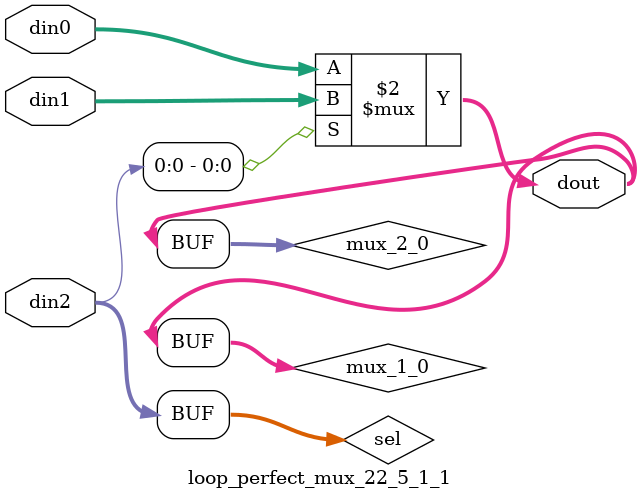
<source format=v>

`timescale 1ns/1ps

module loop_perfect_mux_22_5_1_1 #(
parameter
    ID                = 0,
    NUM_STAGE         = 1,
    din0_WIDTH       = 32,
    din1_WIDTH       = 32,
    din2_WIDTH         = 32,
    dout_WIDTH            = 32
)(
    input  [4 : 0]     din0,
    input  [4 : 0]     din1,
    input  [1 : 0]    din2,
    output [4 : 0]   dout);

// puts internal signals
wire [1 : 0]     sel;
// level 1 signals
wire [4 : 0]         mux_1_0;
// level 2 signals
wire [4 : 0]         mux_2_0;

assign sel = din2;

// Generate level 1 logic
assign mux_1_0 = (sel[0] == 0)? din0 : din1;

// Generate level 2 logic
assign mux_2_0 = mux_1_0;

// output logic
assign dout = mux_2_0;

endmodule

</source>
